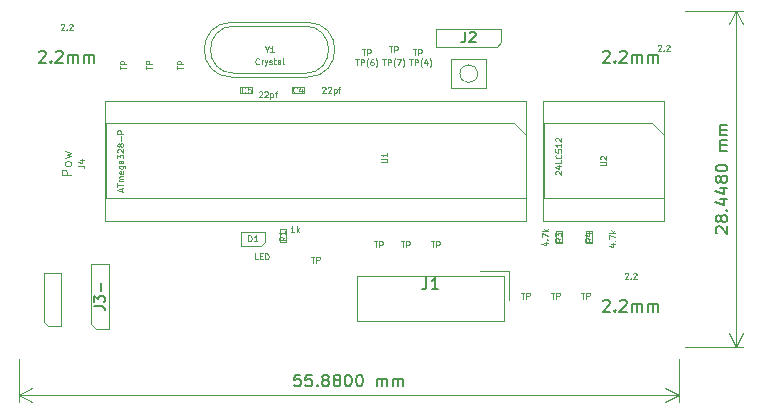
<source format=gbr>
%TF.GenerationSoftware,KiCad,Pcbnew,(6.0.8)*%
%TF.CreationDate,2023-03-24T12:53:59-04:00*%
%TF.ProjectId,Amicro_tst,416d6963-726f-45f7-9473-742e6b696361,rev?*%
%TF.SameCoordinates,Original*%
%TF.FileFunction,AssemblyDrawing,Top*%
%FSLAX46Y46*%
G04 Gerber Fmt 4.6, Leading zero omitted, Abs format (unit mm)*
G04 Created by KiCad (PCBNEW (6.0.8)) date 2023-03-24 12:53:59*
%MOMM*%
%LPD*%
G01*
G04 APERTURE LIST*
%ADD10C,0.150000*%
%ADD11C,0.100000*%
%ADD12C,0.050000*%
%ADD13C,0.140000*%
%ADD14C,0.125000*%
G04 APERTURE END LIST*
D10*
X129178761Y-130814380D02*
X128702571Y-130814380D01*
X128654952Y-131290571D01*
X128702571Y-131242952D01*
X128797809Y-131195333D01*
X129035904Y-131195333D01*
X129131142Y-131242952D01*
X129178761Y-131290571D01*
X129226380Y-131385809D01*
X129226380Y-131623904D01*
X129178761Y-131719142D01*
X129131142Y-131766761D01*
X129035904Y-131814380D01*
X128797809Y-131814380D01*
X128702571Y-131766761D01*
X128654952Y-131719142D01*
X130131142Y-130814380D02*
X129654952Y-130814380D01*
X129607333Y-131290571D01*
X129654952Y-131242952D01*
X129750190Y-131195333D01*
X129988285Y-131195333D01*
X130083523Y-131242952D01*
X130131142Y-131290571D01*
X130178761Y-131385809D01*
X130178761Y-131623904D01*
X130131142Y-131719142D01*
X130083523Y-131766761D01*
X129988285Y-131814380D01*
X129750190Y-131814380D01*
X129654952Y-131766761D01*
X129607333Y-131719142D01*
X130607333Y-131719142D02*
X130654952Y-131766761D01*
X130607333Y-131814380D01*
X130559714Y-131766761D01*
X130607333Y-131719142D01*
X130607333Y-131814380D01*
X131226380Y-131242952D02*
X131131142Y-131195333D01*
X131083523Y-131147714D01*
X131035904Y-131052476D01*
X131035904Y-131004857D01*
X131083523Y-130909619D01*
X131131142Y-130862000D01*
X131226380Y-130814380D01*
X131416857Y-130814380D01*
X131512095Y-130862000D01*
X131559714Y-130909619D01*
X131607333Y-131004857D01*
X131607333Y-131052476D01*
X131559714Y-131147714D01*
X131512095Y-131195333D01*
X131416857Y-131242952D01*
X131226380Y-131242952D01*
X131131142Y-131290571D01*
X131083523Y-131338190D01*
X131035904Y-131433428D01*
X131035904Y-131623904D01*
X131083523Y-131719142D01*
X131131142Y-131766761D01*
X131226380Y-131814380D01*
X131416857Y-131814380D01*
X131512095Y-131766761D01*
X131559714Y-131719142D01*
X131607333Y-131623904D01*
X131607333Y-131433428D01*
X131559714Y-131338190D01*
X131512095Y-131290571D01*
X131416857Y-131242952D01*
X132178761Y-131242952D02*
X132083523Y-131195333D01*
X132035904Y-131147714D01*
X131988285Y-131052476D01*
X131988285Y-131004857D01*
X132035904Y-130909619D01*
X132083523Y-130862000D01*
X132178761Y-130814380D01*
X132369238Y-130814380D01*
X132464476Y-130862000D01*
X132512095Y-130909619D01*
X132559714Y-131004857D01*
X132559714Y-131052476D01*
X132512095Y-131147714D01*
X132464476Y-131195333D01*
X132369238Y-131242952D01*
X132178761Y-131242952D01*
X132083523Y-131290571D01*
X132035904Y-131338190D01*
X131988285Y-131433428D01*
X131988285Y-131623904D01*
X132035904Y-131719142D01*
X132083523Y-131766761D01*
X132178761Y-131814380D01*
X132369238Y-131814380D01*
X132464476Y-131766761D01*
X132512095Y-131719142D01*
X132559714Y-131623904D01*
X132559714Y-131433428D01*
X132512095Y-131338190D01*
X132464476Y-131290571D01*
X132369238Y-131242952D01*
X133178761Y-130814380D02*
X133274000Y-130814380D01*
X133369238Y-130862000D01*
X133416857Y-130909619D01*
X133464476Y-131004857D01*
X133512095Y-131195333D01*
X133512095Y-131433428D01*
X133464476Y-131623904D01*
X133416857Y-131719142D01*
X133369238Y-131766761D01*
X133274000Y-131814380D01*
X133178761Y-131814380D01*
X133083523Y-131766761D01*
X133035904Y-131719142D01*
X132988285Y-131623904D01*
X132940666Y-131433428D01*
X132940666Y-131195333D01*
X132988285Y-131004857D01*
X133035904Y-130909619D01*
X133083523Y-130862000D01*
X133178761Y-130814380D01*
X134131142Y-130814380D02*
X134226380Y-130814380D01*
X134321619Y-130862000D01*
X134369238Y-130909619D01*
X134416857Y-131004857D01*
X134464476Y-131195333D01*
X134464476Y-131433428D01*
X134416857Y-131623904D01*
X134369238Y-131719142D01*
X134321619Y-131766761D01*
X134226380Y-131814380D01*
X134131142Y-131814380D01*
X134035904Y-131766761D01*
X133988285Y-131719142D01*
X133940666Y-131623904D01*
X133893047Y-131433428D01*
X133893047Y-131195333D01*
X133940666Y-131004857D01*
X133988285Y-130909619D01*
X134035904Y-130862000D01*
X134131142Y-130814380D01*
X135654952Y-131814380D02*
X135654952Y-131147714D01*
X135654952Y-131242952D02*
X135702571Y-131195333D01*
X135797809Y-131147714D01*
X135940666Y-131147714D01*
X136035904Y-131195333D01*
X136083523Y-131290571D01*
X136083523Y-131814380D01*
X136083523Y-131290571D02*
X136131142Y-131195333D01*
X136226380Y-131147714D01*
X136369238Y-131147714D01*
X136464476Y-131195333D01*
X136512095Y-131290571D01*
X136512095Y-131814380D01*
X136988285Y-131814380D02*
X136988285Y-131147714D01*
X136988285Y-131242952D02*
X137035904Y-131195333D01*
X137131142Y-131147714D01*
X137274000Y-131147714D01*
X137369238Y-131195333D01*
X137416857Y-131290571D01*
X137416857Y-131814380D01*
X137416857Y-131290571D02*
X137464476Y-131195333D01*
X137559714Y-131147714D01*
X137702571Y-131147714D01*
X137797809Y-131195333D01*
X137845428Y-131290571D01*
X137845428Y-131814380D01*
D11*
X105334000Y-129456000D02*
X105334000Y-133098420D01*
X161214000Y-129456000D02*
X161214000Y-133098420D01*
X105334000Y-132512000D02*
X161214000Y-132512000D01*
X105334000Y-132512000D02*
X161214000Y-132512000D01*
X105334000Y-132512000D02*
X106460504Y-133098421D01*
X105334000Y-132512000D02*
X106460504Y-131925579D01*
X161214000Y-132512000D02*
X160087496Y-131925579D01*
X161214000Y-132512000D02*
X160087496Y-133098421D01*
D10*
X164437619Y-118843047D02*
X164390000Y-118795428D01*
X164342380Y-118700190D01*
X164342380Y-118462095D01*
X164390000Y-118366857D01*
X164437619Y-118319238D01*
X164532857Y-118271619D01*
X164628095Y-118271619D01*
X164770952Y-118319238D01*
X165342380Y-118890666D01*
X165342380Y-118271619D01*
X164770952Y-117700190D02*
X164723333Y-117795428D01*
X164675714Y-117843047D01*
X164580476Y-117890666D01*
X164532857Y-117890666D01*
X164437619Y-117843047D01*
X164390000Y-117795428D01*
X164342380Y-117700190D01*
X164342380Y-117509714D01*
X164390000Y-117414476D01*
X164437619Y-117366857D01*
X164532857Y-117319238D01*
X164580476Y-117319238D01*
X164675714Y-117366857D01*
X164723333Y-117414476D01*
X164770952Y-117509714D01*
X164770952Y-117700190D01*
X164818571Y-117795428D01*
X164866190Y-117843047D01*
X164961428Y-117890666D01*
X165151904Y-117890666D01*
X165247142Y-117843047D01*
X165294761Y-117795428D01*
X165342380Y-117700190D01*
X165342380Y-117509714D01*
X165294761Y-117414476D01*
X165247142Y-117366857D01*
X165151904Y-117319238D01*
X164961428Y-117319238D01*
X164866190Y-117366857D01*
X164818571Y-117414476D01*
X164770952Y-117509714D01*
X165247142Y-116890666D02*
X165294761Y-116843047D01*
X165342380Y-116890666D01*
X165294761Y-116938285D01*
X165247142Y-116890666D01*
X165342380Y-116890666D01*
X164675714Y-115985904D02*
X165342380Y-115985904D01*
X164294761Y-116224000D02*
X165009047Y-116462095D01*
X165009047Y-115843047D01*
X164675714Y-115033523D02*
X165342380Y-115033523D01*
X164294761Y-115271619D02*
X165009047Y-115509714D01*
X165009047Y-114890666D01*
X164770952Y-114366857D02*
X164723333Y-114462095D01*
X164675714Y-114509714D01*
X164580476Y-114557333D01*
X164532857Y-114557333D01*
X164437619Y-114509714D01*
X164390000Y-114462095D01*
X164342380Y-114366857D01*
X164342380Y-114176380D01*
X164390000Y-114081142D01*
X164437619Y-114033523D01*
X164532857Y-113985904D01*
X164580476Y-113985904D01*
X164675714Y-114033523D01*
X164723333Y-114081142D01*
X164770952Y-114176380D01*
X164770952Y-114366857D01*
X164818571Y-114462095D01*
X164866190Y-114509714D01*
X164961428Y-114557333D01*
X165151904Y-114557333D01*
X165247142Y-114509714D01*
X165294761Y-114462095D01*
X165342380Y-114366857D01*
X165342380Y-114176380D01*
X165294761Y-114081142D01*
X165247142Y-114033523D01*
X165151904Y-113985904D01*
X164961428Y-113985904D01*
X164866190Y-114033523D01*
X164818571Y-114081142D01*
X164770952Y-114176380D01*
X164342380Y-113366857D02*
X164342380Y-113271619D01*
X164390000Y-113176380D01*
X164437619Y-113128761D01*
X164532857Y-113081142D01*
X164723333Y-113033523D01*
X164961428Y-113033523D01*
X165151904Y-113081142D01*
X165247142Y-113128761D01*
X165294761Y-113176380D01*
X165342380Y-113271619D01*
X165342380Y-113366857D01*
X165294761Y-113462095D01*
X165247142Y-113509714D01*
X165151904Y-113557333D01*
X164961428Y-113604952D01*
X164723333Y-113604952D01*
X164532857Y-113557333D01*
X164437619Y-113509714D01*
X164390000Y-113462095D01*
X164342380Y-113366857D01*
X165342380Y-111843047D02*
X164675714Y-111843047D01*
X164770952Y-111843047D02*
X164723333Y-111795428D01*
X164675714Y-111700190D01*
X164675714Y-111557333D01*
X164723333Y-111462095D01*
X164818571Y-111414476D01*
X165342380Y-111414476D01*
X164818571Y-111414476D02*
X164723333Y-111366857D01*
X164675714Y-111271619D01*
X164675714Y-111128761D01*
X164723333Y-111033523D01*
X164818571Y-110985904D01*
X165342380Y-110985904D01*
X165342380Y-110509714D02*
X164675714Y-110509714D01*
X164770952Y-110509714D02*
X164723333Y-110462095D01*
X164675714Y-110366857D01*
X164675714Y-110224000D01*
X164723333Y-110128761D01*
X164818571Y-110081142D01*
X165342380Y-110081142D01*
X164818571Y-110081142D02*
X164723333Y-110033523D01*
X164675714Y-109938285D01*
X164675714Y-109795428D01*
X164723333Y-109700190D01*
X164818571Y-109652571D01*
X165342380Y-109652571D01*
D11*
X161714000Y-100000000D02*
X166626420Y-100000000D01*
X161714000Y-128448000D02*
X166626420Y-128448000D01*
X166040000Y-100000000D02*
X166040000Y-128448000D01*
X166040000Y-100000000D02*
X166040000Y-128448000D01*
X166040000Y-100000000D02*
X165453579Y-101126504D01*
X166040000Y-100000000D02*
X166626421Y-101126504D01*
X166040000Y-128448000D02*
X166626421Y-127321496D01*
X166040000Y-128448000D02*
X165453579Y-127321496D01*
D12*
%TO.C,TP(14)*%
X113950190Y-104964857D02*
X113950190Y-104679142D01*
X114450190Y-104822000D02*
X113950190Y-104822000D01*
X114450190Y-104512476D02*
X113950190Y-104512476D01*
X113950190Y-104322000D01*
X113974000Y-104274380D01*
X113997809Y-104250571D01*
X114045428Y-104226761D01*
X114116857Y-104226761D01*
X114164476Y-104250571D01*
X114188285Y-104274380D01*
X114212095Y-104322000D01*
X114212095Y-104512476D01*
%TO.C,C4*%
X131028000Y-106504809D02*
X131051809Y-106481000D01*
X131099428Y-106457190D01*
X131218476Y-106457190D01*
X131266095Y-106481000D01*
X131289904Y-106504809D01*
X131313714Y-106552428D01*
X131313714Y-106600047D01*
X131289904Y-106671476D01*
X131004190Y-106957190D01*
X131313714Y-106957190D01*
X131504190Y-106504809D02*
X131528000Y-106481000D01*
X131575619Y-106457190D01*
X131694666Y-106457190D01*
X131742285Y-106481000D01*
X131766095Y-106504809D01*
X131789904Y-106552428D01*
X131789904Y-106600047D01*
X131766095Y-106671476D01*
X131480380Y-106957190D01*
X131789904Y-106957190D01*
X132004190Y-106623857D02*
X132004190Y-107123857D01*
X132004190Y-106647666D02*
X132051809Y-106623857D01*
X132147047Y-106623857D01*
X132194666Y-106647666D01*
X132218476Y-106671476D01*
X132242285Y-106719095D01*
X132242285Y-106861952D01*
X132218476Y-106909571D01*
X132194666Y-106933380D01*
X132147047Y-106957190D01*
X132051809Y-106957190D01*
X132004190Y-106933380D01*
X132385142Y-106623857D02*
X132575619Y-106623857D01*
X132456571Y-106957190D02*
X132456571Y-106528619D01*
X132480380Y-106481000D01*
X132528000Y-106457190D01*
X132575619Y-106457190D01*
X128872666Y-106909571D02*
X128848857Y-106933380D01*
X128777428Y-106957190D01*
X128729809Y-106957190D01*
X128658380Y-106933380D01*
X128610761Y-106885761D01*
X128586952Y-106838142D01*
X128563142Y-106742904D01*
X128563142Y-106671476D01*
X128586952Y-106576238D01*
X128610761Y-106528619D01*
X128658380Y-106481000D01*
X128729809Y-106457190D01*
X128777428Y-106457190D01*
X128848857Y-106481000D01*
X128872666Y-106504809D01*
X129301238Y-106623857D02*
X129301238Y-106957190D01*
X129182190Y-106433380D02*
X129063142Y-106790523D01*
X129372666Y-106790523D01*
%TO.C,2.2mm*%
X156650000Y-122252809D02*
X156673809Y-122229000D01*
X156721428Y-122205190D01*
X156840476Y-122205190D01*
X156888095Y-122229000D01*
X156911904Y-122252809D01*
X156935714Y-122300428D01*
X156935714Y-122348047D01*
X156911904Y-122419476D01*
X156626190Y-122705190D01*
X156935714Y-122705190D01*
X157150000Y-122657571D02*
X157173809Y-122681380D01*
X157150000Y-122705190D01*
X157126190Y-122681380D01*
X157150000Y-122657571D01*
X157150000Y-122705190D01*
X157364285Y-122252809D02*
X157388095Y-122229000D01*
X157435714Y-122205190D01*
X157554761Y-122205190D01*
X157602380Y-122229000D01*
X157626190Y-122252809D01*
X157650000Y-122300428D01*
X157650000Y-122348047D01*
X157626190Y-122419476D01*
X157340476Y-122705190D01*
X157650000Y-122705190D01*
D10*
X154816666Y-124566619D02*
X154864285Y-124519000D01*
X154959523Y-124471380D01*
X155197619Y-124471380D01*
X155292857Y-124519000D01*
X155340476Y-124566619D01*
X155388095Y-124661857D01*
X155388095Y-124757095D01*
X155340476Y-124899952D01*
X154769047Y-125471380D01*
X155388095Y-125471380D01*
X155816666Y-125376142D02*
X155864285Y-125423761D01*
X155816666Y-125471380D01*
X155769047Y-125423761D01*
X155816666Y-125376142D01*
X155816666Y-125471380D01*
X156245238Y-124566619D02*
X156292857Y-124519000D01*
X156388095Y-124471380D01*
X156626190Y-124471380D01*
X156721428Y-124519000D01*
X156769047Y-124566619D01*
X156816666Y-124661857D01*
X156816666Y-124757095D01*
X156769047Y-124899952D01*
X156197619Y-125471380D01*
X156816666Y-125471380D01*
X157245238Y-125471380D02*
X157245238Y-124804714D01*
X157245238Y-124899952D02*
X157292857Y-124852333D01*
X157388095Y-124804714D01*
X157530952Y-124804714D01*
X157626190Y-124852333D01*
X157673809Y-124947571D01*
X157673809Y-125471380D01*
X157673809Y-124947571D02*
X157721428Y-124852333D01*
X157816666Y-124804714D01*
X157959523Y-124804714D01*
X158054761Y-124852333D01*
X158102380Y-124947571D01*
X158102380Y-125471380D01*
X158578571Y-125471380D02*
X158578571Y-124804714D01*
X158578571Y-124899952D02*
X158626190Y-124852333D01*
X158721428Y-124804714D01*
X158864285Y-124804714D01*
X158959523Y-124852333D01*
X159007142Y-124947571D01*
X159007142Y-125471380D01*
X159007142Y-124947571D02*
X159054761Y-124852333D01*
X159150000Y-124804714D01*
X159292857Y-124804714D01*
X159388095Y-124852333D01*
X159435714Y-124947571D01*
X159435714Y-125471380D01*
D12*
%TO.C,R3*%
X149776857Y-119641285D02*
X150110190Y-119641285D01*
X149586380Y-119760333D02*
X149943523Y-119879380D01*
X149943523Y-119569857D01*
X150062571Y-119379380D02*
X150086380Y-119355571D01*
X150110190Y-119379380D01*
X150086380Y-119403190D01*
X150062571Y-119379380D01*
X150110190Y-119379380D01*
X149610190Y-119188904D02*
X149610190Y-118855571D01*
X150110190Y-119069857D01*
X150110190Y-118665095D02*
X149610190Y-118665095D01*
X149919714Y-118617476D02*
X150110190Y-118474619D01*
X149776857Y-118474619D02*
X149967333Y-118665095D01*
X151280190Y-119260333D02*
X151042095Y-119427000D01*
X151280190Y-119546047D02*
X150780190Y-119546047D01*
X150780190Y-119355571D01*
X150804000Y-119307952D01*
X150827809Y-119284142D01*
X150875428Y-119260333D01*
X150946857Y-119260333D01*
X150994476Y-119284142D01*
X151018285Y-119307952D01*
X151042095Y-119355571D01*
X151042095Y-119546047D01*
X150780190Y-119093666D02*
X150780190Y-118784142D01*
X150970666Y-118950809D01*
X150970666Y-118879380D01*
X150994476Y-118831761D01*
X151018285Y-118807952D01*
X151065904Y-118784142D01*
X151184952Y-118784142D01*
X151232571Y-118807952D01*
X151256380Y-118831761D01*
X151280190Y-118879380D01*
X151280190Y-119022238D01*
X151256380Y-119069857D01*
X151232571Y-119093666D01*
%TO.C,TP(6)*%
X134405142Y-103282190D02*
X134690857Y-103282190D01*
X134548000Y-103782190D02*
X134548000Y-103282190D01*
X134857523Y-103782190D02*
X134857523Y-103282190D01*
X135048000Y-103282190D01*
X135095619Y-103306000D01*
X135119428Y-103329809D01*
X135143238Y-103377428D01*
X135143238Y-103448857D01*
X135119428Y-103496476D01*
X135095619Y-103520285D01*
X135048000Y-103544095D01*
X134857523Y-103544095D01*
X133833714Y-104118190D02*
X134119428Y-104118190D01*
X133976571Y-104618190D02*
X133976571Y-104118190D01*
X134286095Y-104618190D02*
X134286095Y-104118190D01*
X134476571Y-104118190D01*
X134524190Y-104142000D01*
X134548000Y-104165809D01*
X134571809Y-104213428D01*
X134571809Y-104284857D01*
X134548000Y-104332476D01*
X134524190Y-104356285D01*
X134476571Y-104380095D01*
X134286095Y-104380095D01*
X134928952Y-104808666D02*
X134905142Y-104784857D01*
X134857523Y-104713428D01*
X134833714Y-104665809D01*
X134809904Y-104594380D01*
X134786095Y-104475333D01*
X134786095Y-104380095D01*
X134809904Y-104261047D01*
X134833714Y-104189619D01*
X134857523Y-104142000D01*
X134905142Y-104070571D01*
X134928952Y-104046761D01*
X135333714Y-104118190D02*
X135238476Y-104118190D01*
X135190857Y-104142000D01*
X135167047Y-104165809D01*
X135119428Y-104237238D01*
X135095619Y-104332476D01*
X135095619Y-104522952D01*
X135119428Y-104570571D01*
X135143238Y-104594380D01*
X135190857Y-104618190D01*
X135286095Y-104618190D01*
X135333714Y-104594380D01*
X135357523Y-104570571D01*
X135381333Y-104522952D01*
X135381333Y-104403904D01*
X135357523Y-104356285D01*
X135333714Y-104332476D01*
X135286095Y-104308666D01*
X135190857Y-104308666D01*
X135143238Y-104332476D01*
X135119428Y-104356285D01*
X135095619Y-104403904D01*
X135548000Y-104808666D02*
X135571809Y-104784857D01*
X135619428Y-104713428D01*
X135643238Y-104665809D01*
X135667047Y-104594380D01*
X135690857Y-104475333D01*
X135690857Y-104380095D01*
X135667047Y-104261047D01*
X135643238Y-104189619D01*
X135619428Y-104142000D01*
X135571809Y-104070571D01*
X135548000Y-104046761D01*
%TO.C,TP(26)*%
X140247142Y-119538190D02*
X140532857Y-119538190D01*
X140390000Y-120038190D02*
X140390000Y-119538190D01*
X140699523Y-120038190D02*
X140699523Y-119538190D01*
X140890000Y-119538190D01*
X140937619Y-119562000D01*
X140961428Y-119585809D01*
X140985238Y-119633428D01*
X140985238Y-119704857D01*
X140961428Y-119752476D01*
X140937619Y-119776285D01*
X140890000Y-119800095D01*
X140699523Y-119800095D01*
%TO.C,U2*%
X150827809Y-113866619D02*
X150804000Y-113842809D01*
X150780190Y-113795190D01*
X150780190Y-113676142D01*
X150804000Y-113628523D01*
X150827809Y-113604714D01*
X150875428Y-113580904D01*
X150923047Y-113580904D01*
X150994476Y-113604714D01*
X151280190Y-113890428D01*
X151280190Y-113580904D01*
X150946857Y-113152333D02*
X151280190Y-113152333D01*
X150756380Y-113271380D02*
X151113523Y-113390428D01*
X151113523Y-113080904D01*
X151280190Y-112652333D02*
X151280190Y-112890428D01*
X150780190Y-112890428D01*
X151232571Y-112199952D02*
X151256380Y-112223761D01*
X151280190Y-112295190D01*
X151280190Y-112342809D01*
X151256380Y-112414238D01*
X151208761Y-112461857D01*
X151161142Y-112485666D01*
X151065904Y-112509476D01*
X150994476Y-112509476D01*
X150899238Y-112485666D01*
X150851619Y-112461857D01*
X150804000Y-112414238D01*
X150780190Y-112342809D01*
X150780190Y-112295190D01*
X150804000Y-112223761D01*
X150827809Y-112199952D01*
X150780190Y-111747571D02*
X150780190Y-111985666D01*
X151018285Y-112009476D01*
X150994476Y-111985666D01*
X150970666Y-111938047D01*
X150970666Y-111819000D01*
X150994476Y-111771380D01*
X151018285Y-111747571D01*
X151065904Y-111723761D01*
X151184952Y-111723761D01*
X151232571Y-111747571D01*
X151256380Y-111771380D01*
X151280190Y-111819000D01*
X151280190Y-111938047D01*
X151256380Y-111985666D01*
X151232571Y-112009476D01*
X151280190Y-111247571D02*
X151280190Y-111533285D01*
X151280190Y-111390428D02*
X150780190Y-111390428D01*
X150851619Y-111438047D01*
X150899238Y-111485666D01*
X150923047Y-111533285D01*
X150827809Y-111057095D02*
X150804000Y-111033285D01*
X150780190Y-110985666D01*
X150780190Y-110866619D01*
X150804000Y-110819000D01*
X150827809Y-110795190D01*
X150875428Y-110771380D01*
X150923047Y-110771380D01*
X150994476Y-110795190D01*
X151280190Y-111080904D01*
X151280190Y-110771380D01*
X154580190Y-113090952D02*
X154984952Y-113090952D01*
X155032571Y-113067142D01*
X155056380Y-113043333D01*
X155080190Y-112995714D01*
X155080190Y-112900476D01*
X155056380Y-112852857D01*
X155032571Y-112829047D01*
X154984952Y-112805238D01*
X154580190Y-112805238D01*
X154627809Y-112590952D02*
X154604000Y-112567142D01*
X154580190Y-112519523D01*
X154580190Y-112400476D01*
X154604000Y-112352857D01*
X154627809Y-112329047D01*
X154675428Y-112305238D01*
X154723047Y-112305238D01*
X154794476Y-112329047D01*
X155080190Y-112614761D01*
X155080190Y-112305238D01*
%TO.C,C5*%
X125666000Y-106885809D02*
X125689809Y-106862000D01*
X125737428Y-106838190D01*
X125856476Y-106838190D01*
X125904095Y-106862000D01*
X125927904Y-106885809D01*
X125951714Y-106933428D01*
X125951714Y-106981047D01*
X125927904Y-107052476D01*
X125642190Y-107338190D01*
X125951714Y-107338190D01*
X126142190Y-106885809D02*
X126166000Y-106862000D01*
X126213619Y-106838190D01*
X126332666Y-106838190D01*
X126380285Y-106862000D01*
X126404095Y-106885809D01*
X126427904Y-106933428D01*
X126427904Y-106981047D01*
X126404095Y-107052476D01*
X126118380Y-107338190D01*
X126427904Y-107338190D01*
X126642190Y-107004857D02*
X126642190Y-107504857D01*
X126642190Y-107028666D02*
X126689809Y-107004857D01*
X126785047Y-107004857D01*
X126832666Y-107028666D01*
X126856476Y-107052476D01*
X126880285Y-107100095D01*
X126880285Y-107242952D01*
X126856476Y-107290571D01*
X126832666Y-107314380D01*
X126785047Y-107338190D01*
X126689809Y-107338190D01*
X126642190Y-107314380D01*
X127023142Y-107004857D02*
X127213619Y-107004857D01*
X127094571Y-107338190D02*
X127094571Y-106909619D01*
X127118380Y-106862000D01*
X127166000Y-106838190D01*
X127213619Y-106838190D01*
X124526666Y-106909571D02*
X124502857Y-106933380D01*
X124431428Y-106957190D01*
X124383809Y-106957190D01*
X124312380Y-106933380D01*
X124264761Y-106885761D01*
X124240952Y-106838142D01*
X124217142Y-106742904D01*
X124217142Y-106671476D01*
X124240952Y-106576238D01*
X124264761Y-106528619D01*
X124312380Y-106481000D01*
X124383809Y-106457190D01*
X124431428Y-106457190D01*
X124502857Y-106481000D01*
X124526666Y-106504809D01*
X124979047Y-106457190D02*
X124740952Y-106457190D01*
X124717142Y-106695285D01*
X124740952Y-106671476D01*
X124788571Y-106647666D01*
X124907619Y-106647666D01*
X124955238Y-106671476D01*
X124979047Y-106695285D01*
X125002857Y-106742904D01*
X125002857Y-106861952D01*
X124979047Y-106909571D01*
X124955238Y-106933380D01*
X124907619Y-106957190D01*
X124788571Y-106957190D01*
X124740952Y-106933380D01*
X124717142Y-106909571D01*
%TO.C,2.2mm*%
X159444000Y-102948809D02*
X159467809Y-102925000D01*
X159515428Y-102901190D01*
X159634476Y-102901190D01*
X159682095Y-102925000D01*
X159705904Y-102948809D01*
X159729714Y-102996428D01*
X159729714Y-103044047D01*
X159705904Y-103115476D01*
X159420190Y-103401190D01*
X159729714Y-103401190D01*
X159944000Y-103353571D02*
X159967809Y-103377380D01*
X159944000Y-103401190D01*
X159920190Y-103377380D01*
X159944000Y-103353571D01*
X159944000Y-103401190D01*
X160158285Y-102948809D02*
X160182095Y-102925000D01*
X160229714Y-102901190D01*
X160348761Y-102901190D01*
X160396380Y-102925000D01*
X160420190Y-102948809D01*
X160444000Y-102996428D01*
X160444000Y-103044047D01*
X160420190Y-103115476D01*
X160134476Y-103401190D01*
X160444000Y-103401190D01*
D10*
X154816666Y-103484619D02*
X154864285Y-103437000D01*
X154959523Y-103389380D01*
X155197619Y-103389380D01*
X155292857Y-103437000D01*
X155340476Y-103484619D01*
X155388095Y-103579857D01*
X155388095Y-103675095D01*
X155340476Y-103817952D01*
X154769047Y-104389380D01*
X155388095Y-104389380D01*
X155816666Y-104294142D02*
X155864285Y-104341761D01*
X155816666Y-104389380D01*
X155769047Y-104341761D01*
X155816666Y-104294142D01*
X155816666Y-104389380D01*
X156245238Y-103484619D02*
X156292857Y-103437000D01*
X156388095Y-103389380D01*
X156626190Y-103389380D01*
X156721428Y-103437000D01*
X156769047Y-103484619D01*
X156816666Y-103579857D01*
X156816666Y-103675095D01*
X156769047Y-103817952D01*
X156197619Y-104389380D01*
X156816666Y-104389380D01*
X157245238Y-104389380D02*
X157245238Y-103722714D01*
X157245238Y-103817952D02*
X157292857Y-103770333D01*
X157388095Y-103722714D01*
X157530952Y-103722714D01*
X157626190Y-103770333D01*
X157673809Y-103865571D01*
X157673809Y-104389380D01*
X157673809Y-103865571D02*
X157721428Y-103770333D01*
X157816666Y-103722714D01*
X157959523Y-103722714D01*
X158054761Y-103770333D01*
X158102380Y-103865571D01*
X158102380Y-104389380D01*
X158578571Y-104389380D02*
X158578571Y-103722714D01*
X158578571Y-103817952D02*
X158626190Y-103770333D01*
X158721428Y-103722714D01*
X158864285Y-103722714D01*
X158959523Y-103770333D01*
X159007142Y-103865571D01*
X159007142Y-104389380D01*
X159007142Y-103865571D02*
X159054761Y-103770333D01*
X159150000Y-103722714D01*
X159292857Y-103722714D01*
X159388095Y-103770333D01*
X159435714Y-103865571D01*
X159435714Y-104389380D01*
D13*
%TO.C,J3-*%
X111735142Y-125019142D02*
X112378000Y-125019142D01*
X112506571Y-125062000D01*
X112592285Y-125147714D01*
X112635142Y-125276285D01*
X112635142Y-125362000D01*
X111735142Y-124676285D02*
X111735142Y-124119142D01*
X112078000Y-124419142D01*
X112078000Y-124290571D01*
X112120857Y-124204857D01*
X112163714Y-124162000D01*
X112249428Y-124119142D01*
X112463714Y-124119142D01*
X112549428Y-124162000D01*
X112592285Y-124204857D01*
X112635142Y-124290571D01*
X112635142Y-124547714D01*
X112592285Y-124633428D01*
X112549428Y-124676285D01*
X112292285Y-123733428D02*
X112292285Y-123047714D01*
D12*
%TO.C,TP(uc)*%
X147867142Y-123882190D02*
X148152857Y-123882190D01*
X148010000Y-124382190D02*
X148010000Y-123882190D01*
X148319523Y-124382190D02*
X148319523Y-123882190D01*
X148510000Y-123882190D01*
X148557619Y-123906000D01*
X148581428Y-123929809D01*
X148605238Y-123977428D01*
X148605238Y-124048857D01*
X148581428Y-124096476D01*
X148557619Y-124120285D01*
X148510000Y-124144095D01*
X148319523Y-124144095D01*
D10*
%TO.C,J1*%
X139858666Y-122590380D02*
X139858666Y-123304666D01*
X139811047Y-123447523D01*
X139715809Y-123542761D01*
X139572952Y-123590380D01*
X139477714Y-123590380D01*
X140858666Y-123590380D02*
X140287238Y-123590380D01*
X140572952Y-123590380D02*
X140572952Y-122590380D01*
X140477714Y-122733238D01*
X140382476Y-122828476D01*
X140287238Y-122876095D01*
D12*
%TO.C,R1*%
X128642476Y-118768190D02*
X128356761Y-118768190D01*
X128499619Y-118768190D02*
X128499619Y-118268190D01*
X128452000Y-118339619D01*
X128404380Y-118387238D01*
X128356761Y-118411047D01*
X128856761Y-118768190D02*
X128856761Y-118268190D01*
X128904380Y-118577714D02*
X129047238Y-118768190D01*
X129047238Y-118434857D02*
X128856761Y-118625333D01*
X127912190Y-119133333D02*
X127674095Y-119300000D01*
X127912190Y-119419047D02*
X127412190Y-119419047D01*
X127412190Y-119228571D01*
X127436000Y-119180952D01*
X127459809Y-119157142D01*
X127507428Y-119133333D01*
X127578857Y-119133333D01*
X127626476Y-119157142D01*
X127650285Y-119180952D01*
X127674095Y-119228571D01*
X127674095Y-119419047D01*
X127912190Y-118657142D02*
X127912190Y-118942857D01*
X127912190Y-118800000D02*
X127412190Y-118800000D01*
X127483619Y-118847619D01*
X127531238Y-118895238D01*
X127555047Y-118942857D01*
%TO.C,TP(uc)*%
X150407142Y-123882190D02*
X150692857Y-123882190D01*
X150550000Y-124382190D02*
X150550000Y-123882190D01*
X150859523Y-124382190D02*
X150859523Y-123882190D01*
X151050000Y-123882190D01*
X151097619Y-123906000D01*
X151121428Y-123929809D01*
X151145238Y-123977428D01*
X151145238Y-124048857D01*
X151121428Y-124096476D01*
X151097619Y-124120285D01*
X151050000Y-124144095D01*
X150859523Y-124144095D01*
%TO.C,TP(12)*%
X118776190Y-104964857D02*
X118776190Y-104679142D01*
X119276190Y-104822000D02*
X118776190Y-104822000D01*
X119276190Y-104512476D02*
X118776190Y-104512476D01*
X118776190Y-104322000D01*
X118800000Y-104274380D01*
X118823809Y-104250571D01*
X118871428Y-104226761D01*
X118942857Y-104226761D01*
X118990476Y-104250571D01*
X119014285Y-104274380D01*
X119038095Y-104322000D01*
X119038095Y-104512476D01*
%TO.C,TP(19)*%
X130087142Y-120834190D02*
X130372857Y-120834190D01*
X130230000Y-121334190D02*
X130230000Y-120834190D01*
X130539523Y-121334190D02*
X130539523Y-120834190D01*
X130730000Y-120834190D01*
X130777619Y-120858000D01*
X130801428Y-120881809D01*
X130825238Y-120929428D01*
X130825238Y-121000857D01*
X130801428Y-121048476D01*
X130777619Y-121072285D01*
X130730000Y-121096095D01*
X130539523Y-121096095D01*
%TO.C,TP(4)*%
X138723142Y-103282190D02*
X139008857Y-103282190D01*
X138866000Y-103782190D02*
X138866000Y-103282190D01*
X139175523Y-103782190D02*
X139175523Y-103282190D01*
X139366000Y-103282190D01*
X139413619Y-103306000D01*
X139437428Y-103329809D01*
X139461238Y-103377428D01*
X139461238Y-103448857D01*
X139437428Y-103496476D01*
X139413619Y-103520285D01*
X139366000Y-103544095D01*
X139175523Y-103544095D01*
X138405714Y-104118190D02*
X138691428Y-104118190D01*
X138548571Y-104618190D02*
X138548571Y-104118190D01*
X138858095Y-104618190D02*
X138858095Y-104118190D01*
X139048571Y-104118190D01*
X139096190Y-104142000D01*
X139120000Y-104165809D01*
X139143809Y-104213428D01*
X139143809Y-104284857D01*
X139120000Y-104332476D01*
X139096190Y-104356285D01*
X139048571Y-104380095D01*
X138858095Y-104380095D01*
X139500952Y-104808666D02*
X139477142Y-104784857D01*
X139429523Y-104713428D01*
X139405714Y-104665809D01*
X139381904Y-104594380D01*
X139358095Y-104475333D01*
X139358095Y-104380095D01*
X139381904Y-104261047D01*
X139405714Y-104189619D01*
X139429523Y-104142000D01*
X139477142Y-104070571D01*
X139500952Y-104046761D01*
X139905714Y-104284857D02*
X139905714Y-104618190D01*
X139786666Y-104094380D02*
X139667619Y-104451523D01*
X139977142Y-104451523D01*
X140120000Y-104808666D02*
X140143809Y-104784857D01*
X140191428Y-104713428D01*
X140215238Y-104665809D01*
X140239047Y-104594380D01*
X140262857Y-104475333D01*
X140262857Y-104380095D01*
X140239047Y-104261047D01*
X140215238Y-104189619D01*
X140191428Y-104142000D01*
X140143809Y-104070571D01*
X140120000Y-104046761D01*
%TO.C,TP(24)*%
X135421142Y-119538190D02*
X135706857Y-119538190D01*
X135564000Y-120038190D02*
X135564000Y-119538190D01*
X135873523Y-120038190D02*
X135873523Y-119538190D01*
X136064000Y-119538190D01*
X136111619Y-119562000D01*
X136135428Y-119585809D01*
X136159238Y-119633428D01*
X136159238Y-119704857D01*
X136135428Y-119752476D01*
X136111619Y-119776285D01*
X136064000Y-119800095D01*
X135873523Y-119800095D01*
%TO.C,TP(25)*%
X137707142Y-119538190D02*
X137992857Y-119538190D01*
X137850000Y-120038190D02*
X137850000Y-119538190D01*
X138159523Y-120038190D02*
X138159523Y-119538190D01*
X138350000Y-119538190D01*
X138397619Y-119562000D01*
X138421428Y-119585809D01*
X138445238Y-119633428D01*
X138445238Y-119704857D01*
X138421428Y-119752476D01*
X138397619Y-119776285D01*
X138350000Y-119800095D01*
X138159523Y-119800095D01*
%TO.C,TP(uc)*%
X152947142Y-123882190D02*
X153232857Y-123882190D01*
X153090000Y-124382190D02*
X153090000Y-123882190D01*
X153399523Y-124382190D02*
X153399523Y-123882190D01*
X153590000Y-123882190D01*
X153637619Y-123906000D01*
X153661428Y-123929809D01*
X153685238Y-123977428D01*
X153685238Y-124048857D01*
X153661428Y-124096476D01*
X153637619Y-124120285D01*
X153590000Y-124144095D01*
X153399523Y-124144095D01*
%TO.C,Y1*%
X125677142Y-104496571D02*
X125653333Y-104520380D01*
X125581904Y-104544190D01*
X125534285Y-104544190D01*
X125462857Y-104520380D01*
X125415238Y-104472761D01*
X125391428Y-104425142D01*
X125367619Y-104329904D01*
X125367619Y-104258476D01*
X125391428Y-104163238D01*
X125415238Y-104115619D01*
X125462857Y-104068000D01*
X125534285Y-104044190D01*
X125581904Y-104044190D01*
X125653333Y-104068000D01*
X125677142Y-104091809D01*
X125891428Y-104544190D02*
X125891428Y-104210857D01*
X125891428Y-104306095D02*
X125915238Y-104258476D01*
X125939047Y-104234666D01*
X125986666Y-104210857D01*
X126034285Y-104210857D01*
X126153333Y-104210857D02*
X126272380Y-104544190D01*
X126391428Y-104210857D02*
X126272380Y-104544190D01*
X126224761Y-104663238D01*
X126200952Y-104687047D01*
X126153333Y-104710857D01*
X126558095Y-104520380D02*
X126605714Y-104544190D01*
X126700952Y-104544190D01*
X126748571Y-104520380D01*
X126772380Y-104472761D01*
X126772380Y-104448952D01*
X126748571Y-104401333D01*
X126700952Y-104377523D01*
X126629523Y-104377523D01*
X126581904Y-104353714D01*
X126558095Y-104306095D01*
X126558095Y-104282285D01*
X126581904Y-104234666D01*
X126629523Y-104210857D01*
X126700952Y-104210857D01*
X126748571Y-104234666D01*
X126915238Y-104210857D02*
X127105714Y-104210857D01*
X126986666Y-104044190D02*
X126986666Y-104472761D01*
X127010476Y-104520380D01*
X127058095Y-104544190D01*
X127105714Y-104544190D01*
X127486666Y-104544190D02*
X127486666Y-104282285D01*
X127462857Y-104234666D01*
X127415238Y-104210857D01*
X127320000Y-104210857D01*
X127272380Y-104234666D01*
X127486666Y-104520380D02*
X127439047Y-104544190D01*
X127320000Y-104544190D01*
X127272380Y-104520380D01*
X127248571Y-104472761D01*
X127248571Y-104425142D01*
X127272380Y-104377523D01*
X127320000Y-104353714D01*
X127439047Y-104353714D01*
X127486666Y-104329904D01*
X127796190Y-104544190D02*
X127748571Y-104520380D01*
X127724761Y-104472761D01*
X127724761Y-104044190D01*
X126331904Y-103290095D02*
X126331904Y-103528190D01*
X126165238Y-103028190D02*
X126331904Y-103290095D01*
X126498571Y-103028190D01*
X126927142Y-103528190D02*
X126641428Y-103528190D01*
X126784285Y-103528190D02*
X126784285Y-103028190D01*
X126736666Y-103099619D01*
X126689047Y-103147238D01*
X126641428Y-103171047D01*
D14*
%TO.C,J4*%
X109759904Y-113944476D02*
X108959904Y-113944476D01*
X108959904Y-113639714D01*
X108998000Y-113563523D01*
X109036095Y-113525428D01*
X109112285Y-113487333D01*
X109226571Y-113487333D01*
X109302761Y-113525428D01*
X109340857Y-113563523D01*
X109378952Y-113639714D01*
X109378952Y-113944476D01*
X109759904Y-113030190D02*
X109721809Y-113106380D01*
X109683714Y-113144476D01*
X109607523Y-113182571D01*
X109378952Y-113182571D01*
X109302761Y-113144476D01*
X109264666Y-113106380D01*
X109226571Y-113030190D01*
X109226571Y-112915904D01*
X109264666Y-112839714D01*
X109302761Y-112801619D01*
X109378952Y-112763523D01*
X109607523Y-112763523D01*
X109683714Y-112801619D01*
X109721809Y-112839714D01*
X109759904Y-112915904D01*
X109759904Y-113030190D01*
X109226571Y-112496857D02*
X109759904Y-112344476D01*
X109378952Y-112192095D01*
X109759904Y-112039714D01*
X109226571Y-111887333D01*
D12*
X110394190Y-113120666D02*
X110751333Y-113120666D01*
X110822761Y-113144476D01*
X110870380Y-113192095D01*
X110894190Y-113263523D01*
X110894190Y-113311142D01*
X110560857Y-112668285D02*
X110894190Y-112668285D01*
X110370380Y-112787333D02*
X110727523Y-112906380D01*
X110727523Y-112596857D01*
%TO.C,TP(7)*%
X136691142Y-103028190D02*
X136976857Y-103028190D01*
X136834000Y-103528190D02*
X136834000Y-103028190D01*
X137143523Y-103528190D02*
X137143523Y-103028190D01*
X137334000Y-103028190D01*
X137381619Y-103052000D01*
X137405428Y-103075809D01*
X137429238Y-103123428D01*
X137429238Y-103194857D01*
X137405428Y-103242476D01*
X137381619Y-103266285D01*
X137334000Y-103290095D01*
X137143523Y-103290095D01*
X136119714Y-104118190D02*
X136405428Y-104118190D01*
X136262571Y-104618190D02*
X136262571Y-104118190D01*
X136572095Y-104618190D02*
X136572095Y-104118190D01*
X136762571Y-104118190D01*
X136810190Y-104142000D01*
X136834000Y-104165809D01*
X136857809Y-104213428D01*
X136857809Y-104284857D01*
X136834000Y-104332476D01*
X136810190Y-104356285D01*
X136762571Y-104380095D01*
X136572095Y-104380095D01*
X137214952Y-104808666D02*
X137191142Y-104784857D01*
X137143523Y-104713428D01*
X137119714Y-104665809D01*
X137095904Y-104594380D01*
X137072095Y-104475333D01*
X137072095Y-104380095D01*
X137095904Y-104261047D01*
X137119714Y-104189619D01*
X137143523Y-104142000D01*
X137191142Y-104070571D01*
X137214952Y-104046761D01*
X137357809Y-104118190D02*
X137691142Y-104118190D01*
X137476857Y-104618190D01*
X137834000Y-104808666D02*
X137857809Y-104784857D01*
X137905428Y-104713428D01*
X137929238Y-104665809D01*
X137953047Y-104594380D01*
X137976857Y-104475333D01*
X137976857Y-104380095D01*
X137953047Y-104261047D01*
X137929238Y-104189619D01*
X137905428Y-104142000D01*
X137857809Y-104070571D01*
X137834000Y-104046761D01*
%TO.C,2.2mm*%
X108898000Y-101170809D02*
X108921809Y-101147000D01*
X108969428Y-101123190D01*
X109088476Y-101123190D01*
X109136095Y-101147000D01*
X109159904Y-101170809D01*
X109183714Y-101218428D01*
X109183714Y-101266047D01*
X109159904Y-101337476D01*
X108874190Y-101623190D01*
X109183714Y-101623190D01*
X109398000Y-101575571D02*
X109421809Y-101599380D01*
X109398000Y-101623190D01*
X109374190Y-101599380D01*
X109398000Y-101575571D01*
X109398000Y-101623190D01*
X109612285Y-101170809D02*
X109636095Y-101147000D01*
X109683714Y-101123190D01*
X109802761Y-101123190D01*
X109850380Y-101147000D01*
X109874190Y-101170809D01*
X109898000Y-101218428D01*
X109898000Y-101266047D01*
X109874190Y-101337476D01*
X109588476Y-101623190D01*
X109898000Y-101623190D01*
D10*
X107064666Y-103484619D02*
X107112285Y-103437000D01*
X107207523Y-103389380D01*
X107445619Y-103389380D01*
X107540857Y-103437000D01*
X107588476Y-103484619D01*
X107636095Y-103579857D01*
X107636095Y-103675095D01*
X107588476Y-103817952D01*
X107017047Y-104389380D01*
X107636095Y-104389380D01*
X108064666Y-104294142D02*
X108112285Y-104341761D01*
X108064666Y-104389380D01*
X108017047Y-104341761D01*
X108064666Y-104294142D01*
X108064666Y-104389380D01*
X108493238Y-103484619D02*
X108540857Y-103437000D01*
X108636095Y-103389380D01*
X108874190Y-103389380D01*
X108969428Y-103437000D01*
X109017047Y-103484619D01*
X109064666Y-103579857D01*
X109064666Y-103675095D01*
X109017047Y-103817952D01*
X108445619Y-104389380D01*
X109064666Y-104389380D01*
X109493238Y-104389380D02*
X109493238Y-103722714D01*
X109493238Y-103817952D02*
X109540857Y-103770333D01*
X109636095Y-103722714D01*
X109778952Y-103722714D01*
X109874190Y-103770333D01*
X109921809Y-103865571D01*
X109921809Y-104389380D01*
X109921809Y-103865571D02*
X109969428Y-103770333D01*
X110064666Y-103722714D01*
X110207523Y-103722714D01*
X110302761Y-103770333D01*
X110350380Y-103865571D01*
X110350380Y-104389380D01*
X110826571Y-104389380D02*
X110826571Y-103722714D01*
X110826571Y-103817952D02*
X110874190Y-103770333D01*
X110969428Y-103722714D01*
X111112285Y-103722714D01*
X111207523Y-103770333D01*
X111255142Y-103865571D01*
X111255142Y-104389380D01*
X111255142Y-103865571D02*
X111302761Y-103770333D01*
X111398000Y-103722714D01*
X111540857Y-103722714D01*
X111636095Y-103770333D01*
X111683714Y-103865571D01*
X111683714Y-104389380D01*
D12*
%TO.C,D1*%
X125586571Y-121054190D02*
X125348476Y-121054190D01*
X125348476Y-120554190D01*
X125753238Y-120792285D02*
X125919904Y-120792285D01*
X125991333Y-121054190D02*
X125753238Y-121054190D01*
X125753238Y-120554190D01*
X125991333Y-120554190D01*
X126205619Y-121054190D02*
X126205619Y-120554190D01*
X126324666Y-120554190D01*
X126396095Y-120578000D01*
X126443714Y-120625619D01*
X126467523Y-120673238D01*
X126491333Y-120768476D01*
X126491333Y-120839904D01*
X126467523Y-120935142D01*
X126443714Y-120982761D01*
X126396095Y-121030380D01*
X126324666Y-121054190D01*
X126205619Y-121054190D01*
X124776952Y-119530190D02*
X124776952Y-119030190D01*
X124896000Y-119030190D01*
X124967428Y-119054000D01*
X125015047Y-119101619D01*
X125038857Y-119149238D01*
X125062666Y-119244476D01*
X125062666Y-119315904D01*
X125038857Y-119411142D01*
X125015047Y-119458761D01*
X124967428Y-119506380D01*
X124896000Y-119530190D01*
X124776952Y-119530190D01*
X125538857Y-119530190D02*
X125253142Y-119530190D01*
X125396000Y-119530190D02*
X125396000Y-119030190D01*
X125348380Y-119101619D01*
X125300761Y-119149238D01*
X125253142Y-119173047D01*
%TO.C,R4*%
X155518857Y-119768285D02*
X155852190Y-119768285D01*
X155328380Y-119887333D02*
X155685523Y-120006380D01*
X155685523Y-119696857D01*
X155804571Y-119506380D02*
X155828380Y-119482571D01*
X155852190Y-119506380D01*
X155828380Y-119530190D01*
X155804571Y-119506380D01*
X155852190Y-119506380D01*
X155352190Y-119315904D02*
X155352190Y-118982571D01*
X155852190Y-119196857D01*
X155852190Y-118792095D02*
X155352190Y-118792095D01*
X155661714Y-118744476D02*
X155852190Y-118601619D01*
X155518857Y-118601619D02*
X155709333Y-118792095D01*
X153820190Y-119260333D02*
X153582095Y-119427000D01*
X153820190Y-119546047D02*
X153320190Y-119546047D01*
X153320190Y-119355571D01*
X153344000Y-119307952D01*
X153367809Y-119284142D01*
X153415428Y-119260333D01*
X153486857Y-119260333D01*
X153534476Y-119284142D01*
X153558285Y-119307952D01*
X153582095Y-119355571D01*
X153582095Y-119546047D01*
X153486857Y-118831761D02*
X153820190Y-118831761D01*
X153296380Y-118950809D02*
X153653523Y-119069857D01*
X153653523Y-118760333D01*
D13*
%TO.C,J2*%
X143134000Y-101793142D02*
X143134000Y-102436000D01*
X143091142Y-102564571D01*
X143005428Y-102650285D01*
X142876857Y-102693142D01*
X142791142Y-102693142D01*
X143519714Y-101878857D02*
X143562571Y-101836000D01*
X143648285Y-101793142D01*
X143862571Y-101793142D01*
X143948285Y-101836000D01*
X143991142Y-101878857D01*
X144034000Y-101964571D01*
X144034000Y-102050285D01*
X143991142Y-102178857D01*
X143476857Y-102693142D01*
X144034000Y-102693142D01*
D12*
%TO.C,U1*%
X114053333Y-115283333D02*
X114053333Y-115045238D01*
X114196190Y-115330952D02*
X113696190Y-115164285D01*
X114196190Y-114997619D01*
X113696190Y-114902380D02*
X113696190Y-114616666D01*
X114196190Y-114759523D02*
X113696190Y-114759523D01*
X114196190Y-114450000D02*
X113862857Y-114450000D01*
X113910476Y-114450000D02*
X113886666Y-114426190D01*
X113862857Y-114378571D01*
X113862857Y-114307142D01*
X113886666Y-114259523D01*
X113934285Y-114235714D01*
X114196190Y-114235714D01*
X113934285Y-114235714D02*
X113886666Y-114211904D01*
X113862857Y-114164285D01*
X113862857Y-114092857D01*
X113886666Y-114045238D01*
X113934285Y-114021428D01*
X114196190Y-114021428D01*
X114172380Y-113592857D02*
X114196190Y-113640476D01*
X114196190Y-113735714D01*
X114172380Y-113783333D01*
X114124761Y-113807142D01*
X113934285Y-113807142D01*
X113886666Y-113783333D01*
X113862857Y-113735714D01*
X113862857Y-113640476D01*
X113886666Y-113592857D01*
X113934285Y-113569047D01*
X113981904Y-113569047D01*
X114029523Y-113807142D01*
X113862857Y-113140476D02*
X114267619Y-113140476D01*
X114315238Y-113164285D01*
X114339047Y-113188095D01*
X114362857Y-113235714D01*
X114362857Y-113307142D01*
X114339047Y-113354761D01*
X114172380Y-113140476D02*
X114196190Y-113188095D01*
X114196190Y-113283333D01*
X114172380Y-113330952D01*
X114148571Y-113354761D01*
X114100952Y-113378571D01*
X113958095Y-113378571D01*
X113910476Y-113354761D01*
X113886666Y-113330952D01*
X113862857Y-113283333D01*
X113862857Y-113188095D01*
X113886666Y-113140476D01*
X114196190Y-112688095D02*
X113934285Y-112688095D01*
X113886666Y-112711904D01*
X113862857Y-112759523D01*
X113862857Y-112854761D01*
X113886666Y-112902380D01*
X114172380Y-112688095D02*
X114196190Y-112735714D01*
X114196190Y-112854761D01*
X114172380Y-112902380D01*
X114124761Y-112926190D01*
X114077142Y-112926190D01*
X114029523Y-112902380D01*
X114005714Y-112854761D01*
X114005714Y-112735714D01*
X113981904Y-112688095D01*
X113696190Y-112497619D02*
X113696190Y-112188095D01*
X113886666Y-112354761D01*
X113886666Y-112283333D01*
X113910476Y-112235714D01*
X113934285Y-112211904D01*
X113981904Y-112188095D01*
X114100952Y-112188095D01*
X114148571Y-112211904D01*
X114172380Y-112235714D01*
X114196190Y-112283333D01*
X114196190Y-112426190D01*
X114172380Y-112473809D01*
X114148571Y-112497619D01*
X113743809Y-111997619D02*
X113720000Y-111973809D01*
X113696190Y-111926190D01*
X113696190Y-111807142D01*
X113720000Y-111759523D01*
X113743809Y-111735714D01*
X113791428Y-111711904D01*
X113839047Y-111711904D01*
X113910476Y-111735714D01*
X114196190Y-112021428D01*
X114196190Y-111711904D01*
X113910476Y-111426190D02*
X113886666Y-111473809D01*
X113862857Y-111497619D01*
X113815238Y-111521428D01*
X113791428Y-111521428D01*
X113743809Y-111497619D01*
X113720000Y-111473809D01*
X113696190Y-111426190D01*
X113696190Y-111330952D01*
X113720000Y-111283333D01*
X113743809Y-111259523D01*
X113791428Y-111235714D01*
X113815238Y-111235714D01*
X113862857Y-111259523D01*
X113886666Y-111283333D01*
X113910476Y-111330952D01*
X113910476Y-111426190D01*
X113934285Y-111473809D01*
X113958095Y-111497619D01*
X114005714Y-111521428D01*
X114100952Y-111521428D01*
X114148571Y-111497619D01*
X114172380Y-111473809D01*
X114196190Y-111426190D01*
X114196190Y-111330952D01*
X114172380Y-111283333D01*
X114148571Y-111259523D01*
X114100952Y-111235714D01*
X114005714Y-111235714D01*
X113958095Y-111259523D01*
X113934285Y-111283333D01*
X113910476Y-111330952D01*
X114005714Y-111021428D02*
X114005714Y-110640476D01*
X114196190Y-110402380D02*
X113696190Y-110402380D01*
X113696190Y-110211904D01*
X113720000Y-110164285D01*
X113743809Y-110140476D01*
X113791428Y-110116666D01*
X113862857Y-110116666D01*
X113910476Y-110140476D01*
X113934285Y-110164285D01*
X113958095Y-110211904D01*
X113958095Y-110402380D01*
X136048190Y-112826952D02*
X136452952Y-112826952D01*
X136500571Y-112803142D01*
X136524380Y-112779333D01*
X136548190Y-112731714D01*
X136548190Y-112636476D01*
X136524380Y-112588857D01*
X136500571Y-112565047D01*
X136452952Y-112541238D01*
X136048190Y-112541238D01*
X136548190Y-112041238D02*
X136548190Y-112326952D01*
X136548190Y-112184095D02*
X136048190Y-112184095D01*
X136119619Y-112231714D01*
X136167238Y-112279333D01*
X136191047Y-112326952D01*
%TO.C,TP(13)*%
X116109190Y-104964857D02*
X116109190Y-104679142D01*
X116609190Y-104822000D02*
X116109190Y-104822000D01*
X116609190Y-104512476D02*
X116109190Y-104512476D01*
X116109190Y-104322000D01*
X116133000Y-104274380D01*
X116156809Y-104250571D01*
X116204428Y-104226761D01*
X116275857Y-104226761D01*
X116323476Y-104250571D01*
X116347285Y-104274380D01*
X116371095Y-104322000D01*
X116371095Y-104512476D01*
D11*
%TO.C,C4*%
X129456000Y-106981000D02*
X128456000Y-106981000D01*
X128456000Y-106481000D02*
X129456000Y-106481000D01*
X128456000Y-106981000D02*
X128456000Y-106481000D01*
X129456000Y-106481000D02*
X129456000Y-106981000D01*
%TO.C,R3*%
X151324000Y-119702000D02*
X150784000Y-119702000D01*
X150784000Y-119702000D02*
X150784000Y-118652000D01*
X150784000Y-118652000D02*
X151324000Y-118652000D01*
X151324000Y-118652000D02*
X151324000Y-119702000D01*
%TO.C,J5+*%
X108950000Y-122212500D02*
X108950000Y-126712500D01*
X108950000Y-126712500D02*
X107825000Y-126712500D01*
X107450000Y-122212500D02*
X108950000Y-122212500D01*
X107450000Y-126337500D02*
X107450000Y-122212500D01*
X107825000Y-126712500D02*
X107450000Y-126337500D01*
%TO.C,U2*%
X158934000Y-109535000D02*
X159934000Y-110535000D01*
X159994000Y-107630000D02*
X149714000Y-107630000D01*
X149774000Y-115885000D02*
X149774000Y-109535000D01*
X159934000Y-110535000D02*
X159934000Y-115885000D01*
X159994000Y-117790000D02*
X159994000Y-107630000D01*
X159934000Y-115885000D02*
X149774000Y-115885000D01*
X149774000Y-109535000D02*
X158934000Y-109535000D01*
X149714000Y-107630000D02*
X149714000Y-117790000D01*
X149714000Y-117790000D02*
X159994000Y-117790000D01*
%TO.C,C5*%
X125110000Y-106481000D02*
X125110000Y-106981000D01*
X124110000Y-106481000D02*
X125110000Y-106481000D01*
X125110000Y-106981000D02*
X124110000Y-106981000D01*
X124110000Y-106981000D02*
X124110000Y-106481000D01*
%TO.C,J3-*%
X111478000Y-126537000D02*
X111478000Y-121412000D01*
X111853000Y-126912000D02*
X111478000Y-126537000D01*
X112978000Y-126912000D02*
X111853000Y-126912000D01*
X112978000Y-121412000D02*
X112978000Y-126912000D01*
X111478000Y-121412000D02*
X112978000Y-121412000D01*
%TO.C,J1*%
X146442000Y-126238000D02*
X146442000Y-122438000D01*
X146852000Y-124528000D02*
X146852000Y-122028000D01*
X146442000Y-122438000D02*
X133942000Y-122438000D01*
X133942000Y-122438000D02*
X133942000Y-126238000D01*
X133942000Y-126238000D02*
X146442000Y-126238000D01*
X146852000Y-122028000D02*
X144352000Y-122028000D01*
%TO.C,R1*%
X127416000Y-118525000D02*
X127956000Y-118525000D01*
X127956000Y-119575000D02*
X127416000Y-119575000D01*
X127956000Y-118525000D02*
X127956000Y-119575000D01*
X127416000Y-119575000D02*
X127416000Y-118525000D01*
%TO.C,SW1*%
X144184000Y-105334000D02*
G75*
G03*
X144184000Y-105334000I-750000J0D01*
G01*
X144934000Y-104084000D02*
X144934000Y-106584000D01*
X141934000Y-104084000D02*
X144934000Y-104084000D01*
X141934000Y-106584000D02*
X141934000Y-104084000D01*
X144934000Y-106584000D02*
X141934000Y-106584000D01*
%TO.C,Y1*%
X123570000Y-105302000D02*
X129570000Y-105302000D01*
X123570000Y-101302000D02*
X129570000Y-101302000D01*
X123370000Y-105627000D02*
X129770000Y-105627000D01*
X123370000Y-100977000D02*
X129770000Y-100977000D01*
X123370000Y-100977000D02*
G75*
G03*
X123370000Y-105627000I0J-2325000D01*
G01*
X123570000Y-101302000D02*
G75*
G03*
X123570000Y-105302000I0J-2000000D01*
G01*
X129570000Y-105302000D02*
G75*
G03*
X129570000Y-101302000I0J2000000D01*
G01*
X129770000Y-105627000D02*
G75*
G03*
X129770000Y-100977000I0J2325000D01*
G01*
%TO.C,D1*%
X124146000Y-119904000D02*
X125846000Y-119904000D01*
X124146000Y-118704000D02*
X124146000Y-119904000D01*
X126146000Y-119604000D02*
X126146000Y-118704000D01*
X125846000Y-119904000D02*
X126146000Y-119604000D01*
X126146000Y-118704000D02*
X124146000Y-118704000D01*
%TO.C,R4*%
X153324000Y-118652000D02*
X153864000Y-118652000D01*
X153864000Y-118652000D02*
X153864000Y-119702000D01*
X153324000Y-119702000D02*
X153324000Y-118652000D01*
X153864000Y-119702000D02*
X153324000Y-119702000D01*
%TO.C,J2*%
X140684000Y-103036000D02*
X140684000Y-101536000D01*
X145809000Y-103036000D02*
X140684000Y-103036000D01*
X146184000Y-101536000D02*
X146184000Y-102661000D01*
X140684000Y-101536000D02*
X146184000Y-101536000D01*
X146184000Y-102661000D02*
X145809000Y-103036000D01*
%TO.C,U1*%
X112700000Y-115875000D02*
X112700000Y-109525000D01*
X112700000Y-109525000D02*
X147260000Y-109525000D01*
X148320000Y-107620000D02*
X112640000Y-107620000D01*
X148260000Y-110525000D02*
X148260000Y-115875000D01*
X148260000Y-115875000D02*
X112700000Y-115875000D01*
X148320000Y-117780000D02*
X148320000Y-107620000D01*
X112640000Y-107620000D02*
X112640000Y-117780000D01*
X112640000Y-117780000D02*
X148320000Y-117780000D01*
X147260000Y-109525000D02*
X148260000Y-110525000D01*
%TD*%
M02*

</source>
